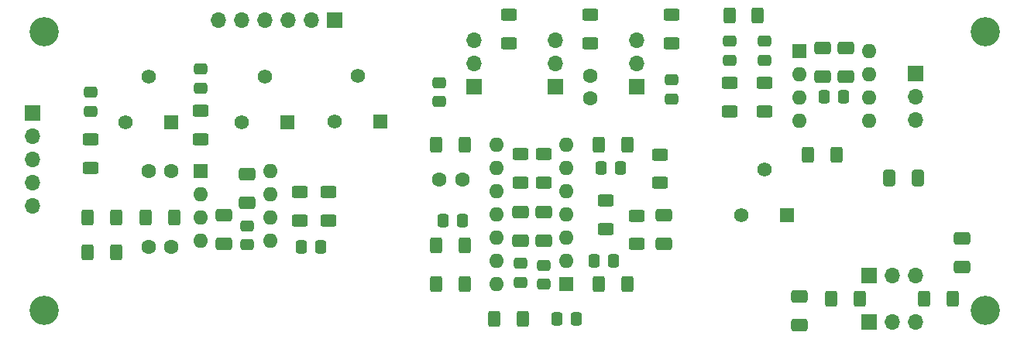
<source format=gbr>
%TF.GenerationSoftware,KiCad,Pcbnew,(6.0.10)*%
%TF.CreationDate,2023-04-08T13:31:08+03:00*%
%TF.ProjectId,DelSol_Preamp,44656c53-6f6c-45f5-9072-65616d702e6b,rev?*%
%TF.SameCoordinates,Original*%
%TF.FileFunction,Soldermask,Bot*%
%TF.FilePolarity,Negative*%
%FSLAX46Y46*%
G04 Gerber Fmt 4.6, Leading zero omitted, Abs format (unit mm)*
G04 Created by KiCad (PCBNEW (6.0.10)) date 2023-04-08 13:31:08*
%MOMM*%
%LPD*%
G01*
G04 APERTURE LIST*
G04 Aperture macros list*
%AMRoundRect*
0 Rectangle with rounded corners*
0 $1 Rounding radius*
0 $2 $3 $4 $5 $6 $7 $8 $9 X,Y pos of 4 corners*
0 Add a 4 corners polygon primitive as box body*
4,1,4,$2,$3,$4,$5,$6,$7,$8,$9,$2,$3,0*
0 Add four circle primitives for the rounded corners*
1,1,$1+$1,$2,$3*
1,1,$1+$1,$4,$5*
1,1,$1+$1,$6,$7*
1,1,$1+$1,$8,$9*
0 Add four rect primitives between the rounded corners*
20,1,$1+$1,$2,$3,$4,$5,0*
20,1,$1+$1,$4,$5,$6,$7,0*
20,1,$1+$1,$6,$7,$8,$9,0*
20,1,$1+$1,$8,$9,$2,$3,0*%
G04 Aperture macros list end*
%ADD10R,1.560000X1.560000*%
%ADD11C,1.560000*%
%ADD12R,1.600000X1.600000*%
%ADD13O,1.600000X1.600000*%
%ADD14R,1.700000X1.700000*%
%ADD15O,1.700000X1.700000*%
%ADD16C,1.600000*%
%ADD17C,3.200000*%
%ADD18RoundRect,0.250000X-0.625000X0.400000X-0.625000X-0.400000X0.625000X-0.400000X0.625000X0.400000X0*%
%ADD19RoundRect,0.250000X-0.650000X0.412500X-0.650000X-0.412500X0.650000X-0.412500X0.650000X0.412500X0*%
%ADD20RoundRect,0.250000X0.475000X-0.337500X0.475000X0.337500X-0.475000X0.337500X-0.475000X-0.337500X0*%
%ADD21RoundRect,0.250000X-0.337500X-0.475000X0.337500X-0.475000X0.337500X0.475000X-0.337500X0.475000X0*%
%ADD22RoundRect,0.250000X-0.400000X-0.625000X0.400000X-0.625000X0.400000X0.625000X-0.400000X0.625000X0*%
%ADD23RoundRect,0.250000X0.337500X0.475000X-0.337500X0.475000X-0.337500X-0.475000X0.337500X-0.475000X0*%
%ADD24RoundRect,0.250000X-0.475000X0.337500X-0.475000X-0.337500X0.475000X-0.337500X0.475000X0.337500X0*%
%ADD25RoundRect,0.250000X0.625000X-0.400000X0.625000X0.400000X-0.625000X0.400000X-0.625000X-0.400000X0*%
%ADD26RoundRect,0.250000X0.650000X-0.412500X0.650000X0.412500X-0.650000X0.412500X-0.650000X-0.412500X0*%
%ADD27RoundRect,0.250000X0.400000X0.625000X-0.400000X0.625000X-0.400000X-0.625000X0.400000X-0.625000X0*%
%ADD28RoundRect,0.250000X-0.412500X-0.650000X0.412500X-0.650000X0.412500X0.650000X-0.412500X0.650000X0*%
G04 APERTURE END LIST*
D10*
X137120000Y-41610000D03*
D11*
X134620000Y-36610000D03*
X132120000Y-41610000D03*
D12*
X138440000Y-23650000D03*
D13*
X138440000Y-26190000D03*
X138440000Y-28730000D03*
X138440000Y-31270000D03*
X146060000Y-31270000D03*
X146060000Y-28730000D03*
X146060000Y-26190000D03*
X146060000Y-23650000D03*
D14*
X87630000Y-20320000D03*
D15*
X85090000Y-20320000D03*
X82550000Y-20320000D03*
X80010000Y-20320000D03*
X77470000Y-20320000D03*
X74930000Y-20320000D03*
D14*
X54610000Y-30485000D03*
D15*
X54610000Y-33025000D03*
X54610000Y-35565000D03*
X54610000Y-38105000D03*
X54610000Y-40645000D03*
D16*
X101600000Y-37770000D03*
X99100000Y-37770000D03*
D17*
X158750000Y-21590000D03*
D12*
X73035000Y-36840000D03*
D13*
X73035000Y-39380000D03*
X73035000Y-41920000D03*
X73035000Y-44460000D03*
X80655000Y-44460000D03*
X80655000Y-41920000D03*
X80655000Y-39380000D03*
X80655000Y-36840000D03*
D14*
X146050000Y-48260000D03*
D15*
X148590000Y-48260000D03*
X151130000Y-48260000D03*
D10*
X82510000Y-31450000D03*
D11*
X80010000Y-26450000D03*
X77510000Y-31450000D03*
D17*
X55880000Y-21590000D03*
D10*
X69810000Y-31450000D03*
D11*
X67310000Y-26450000D03*
X64810000Y-31450000D03*
D16*
X67330000Y-36830000D03*
X69830000Y-36830000D03*
D14*
X102870000Y-27610000D03*
D15*
X102870000Y-25070000D03*
X102870000Y-22530000D03*
D10*
X92670000Y-31420000D03*
D11*
X90170000Y-26420000D03*
X87670000Y-31420000D03*
D16*
X115570000Y-28880000D03*
X115570000Y-26380000D03*
D14*
X151130000Y-26180000D03*
D15*
X151130000Y-28720000D03*
X151130000Y-31260000D03*
D16*
X67330000Y-45085000D03*
X69830000Y-45085000D03*
D14*
X146065000Y-53340000D03*
D15*
X148605000Y-53340000D03*
X151145000Y-53340000D03*
D14*
X111760000Y-27610000D03*
D15*
X111760000Y-25070000D03*
X111760000Y-22530000D03*
D12*
X113020000Y-49205000D03*
D13*
X113020000Y-46665000D03*
X113020000Y-44125000D03*
X113020000Y-41585000D03*
X113020000Y-39045000D03*
X113020000Y-36505000D03*
X113020000Y-33965000D03*
X105400000Y-33965000D03*
X105400000Y-36505000D03*
X105400000Y-39045000D03*
X105400000Y-41585000D03*
X105400000Y-44125000D03*
X105400000Y-46665000D03*
X105400000Y-49205000D03*
D14*
X120650000Y-27610000D03*
D15*
X120650000Y-25070000D03*
X120650000Y-22530000D03*
D17*
X158750000Y-52070000D03*
X55880000Y-52070000D03*
D18*
X124460000Y-19710000D03*
X124460000Y-22810000D03*
D19*
X138430000Y-50507500D03*
X138430000Y-53632500D03*
D20*
X110490000Y-49200000D03*
X110490000Y-47125000D03*
D21*
X99525000Y-42205000D03*
X101600000Y-42205000D03*
X116035000Y-46640000D03*
X118110000Y-46640000D03*
D22*
X139420000Y-35070000D03*
X142520000Y-35070000D03*
D20*
X124480000Y-28917500D03*
X124480000Y-26842500D03*
X134620000Y-24677500D03*
X134620000Y-22602500D03*
D18*
X117310000Y-40030000D03*
X117310000Y-43130000D03*
X123190000Y-35000000D03*
X123190000Y-38100000D03*
D23*
X143277500Y-28720000D03*
X141202500Y-28720000D03*
D22*
X98780000Y-49200000D03*
X101880000Y-49200000D03*
D24*
X130810000Y-22602500D03*
X130810000Y-24677500D03*
D22*
X67030000Y-41910000D03*
X70130000Y-41910000D03*
D24*
X78105000Y-42777500D03*
X78105000Y-44852500D03*
D18*
X115570000Y-19710000D03*
X115570000Y-22810000D03*
D25*
X134620000Y-30270000D03*
X134620000Y-27170000D03*
D22*
X60680000Y-45720000D03*
X63780000Y-45720000D03*
D19*
X110490000Y-41287500D03*
X110490000Y-44412500D03*
D23*
X114067500Y-53010000D03*
X111992500Y-53010000D03*
D20*
X73025000Y-27707500D03*
X73025000Y-25632500D03*
D22*
X105130000Y-53010000D03*
X108230000Y-53010000D03*
D25*
X86995000Y-42190000D03*
X86995000Y-39090000D03*
D20*
X60960000Y-30247500D03*
X60960000Y-28172500D03*
D24*
X107950000Y-46892500D03*
X107950000Y-48967500D03*
D20*
X99060000Y-29216252D03*
X99060000Y-27141252D03*
D19*
X75565000Y-41617500D03*
X75565000Y-44742500D03*
D18*
X110490000Y-34950000D03*
X110490000Y-38050000D03*
D19*
X156210000Y-44157500D03*
X156210000Y-47282500D03*
X123660000Y-41617500D03*
X123660000Y-44742500D03*
D25*
X83820000Y-42190000D03*
X83820000Y-39090000D03*
D22*
X116560000Y-33960000D03*
X119660000Y-33960000D03*
D21*
X84052500Y-45085000D03*
X86127500Y-45085000D03*
D22*
X98780000Y-44925000D03*
X101880000Y-44925000D03*
D18*
X107950000Y-34950000D03*
X107950000Y-38050000D03*
D26*
X107950000Y-44412500D03*
X107950000Y-41287500D03*
D22*
X152120000Y-50800000D03*
X155220000Y-50800000D03*
D18*
X106680000Y-19710000D03*
X106680000Y-22810000D03*
X130810000Y-27170000D03*
X130810000Y-30270000D03*
D22*
X116560000Y-49200000D03*
X119660000Y-49200000D03*
X60680000Y-41910000D03*
X63780000Y-41910000D03*
D19*
X143510000Y-23347500D03*
X143510000Y-26472500D03*
D26*
X140970000Y-26472500D03*
X140970000Y-23347500D03*
D27*
X145060000Y-50800000D03*
X141960000Y-50800000D03*
X133910000Y-19830000D03*
X130810000Y-19830000D03*
D19*
X78105000Y-37172500D03*
X78105000Y-40297500D03*
D25*
X120650000Y-44780000D03*
X120650000Y-41680000D03*
D27*
X101880000Y-33960000D03*
X98780000Y-33960000D03*
D28*
X148297500Y-37610000D03*
X151422500Y-37610000D03*
D23*
X118886248Y-36500000D03*
X116811248Y-36500000D03*
D25*
X60960000Y-36475000D03*
X60960000Y-33375000D03*
X73025000Y-33300000D03*
X73025000Y-30200000D03*
M02*

</source>
